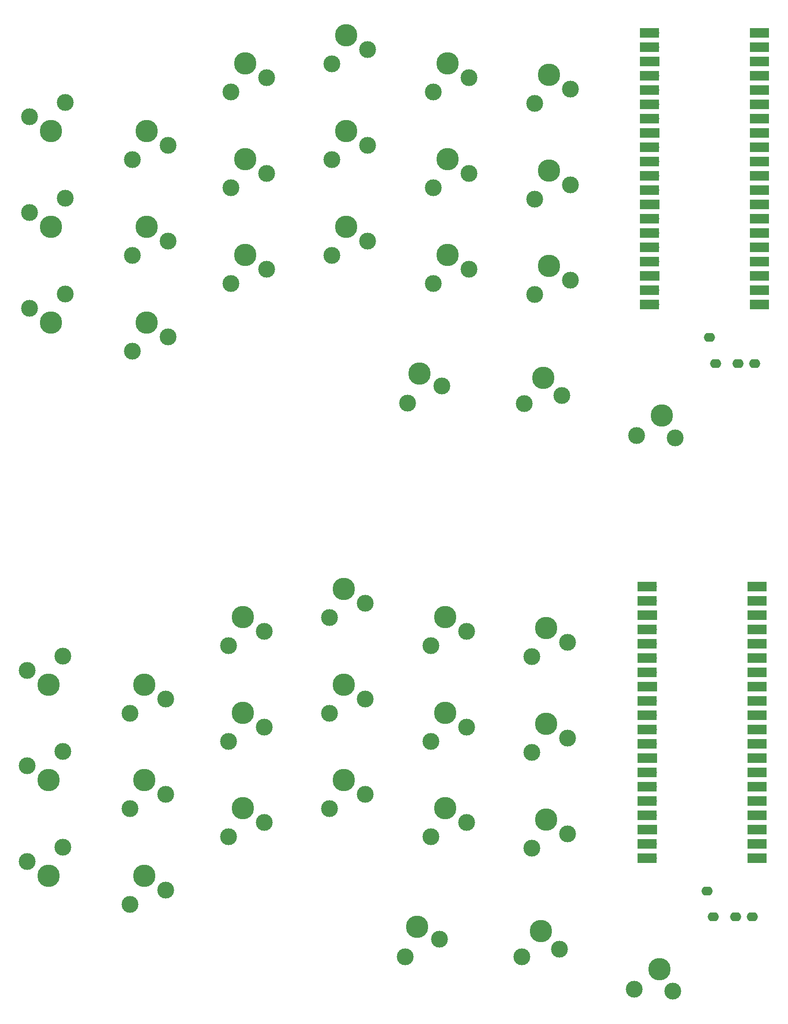
<source format=gts>
%TF.GenerationSoftware,KiCad,Pcbnew,8.0.3*%
%TF.CreationDate,2024-06-12T13:30:28-03:00*%
%TF.ProjectId,keyboard_pcb,6b657962-6f61-4726-945f-7063622e6b69,rev1.0*%
%TF.SameCoordinates,Original*%
%TF.FileFunction,Soldermask,Top*%
%TF.FilePolarity,Negative*%
%FSLAX46Y46*%
G04 Gerber Fmt 4.6, Leading zero omitted, Abs format (unit mm)*
G04 Created by KiCad (PCBNEW 8.0.3) date 2024-06-12 13:30:28*
%MOMM*%
%LPD*%
G01*
G04 APERTURE LIST*
%ADD10C,3.000000*%
%ADD11C,3.987800*%
%ADD12O,2.000000X1.600000*%
%ADD13O,1.700000X1.700000*%
%ADD14R,3.500000X1.700000*%
%ADD15R,1.700000X1.700000*%
G04 APERTURE END LIST*
D10*
%TO.C,K31*%
X128191648Y-194228109D03*
D11*
X131575192Y-189666352D03*
D10*
X134886243Y-192829363D03*
%TD*%
%TO.C,K00*%
X46600000Y-140760000D03*
D11*
X44060000Y-145840000D03*
D10*
X40250000Y-143300000D03*
%TD*%
%TO.C,K13*%
X94020000Y-150920000D03*
D11*
X96560000Y-145840000D03*
D10*
X100370000Y-148380000D03*
%TD*%
%TO.C,K20*%
X46600000Y-174760000D03*
D11*
X44060000Y-179840000D03*
D10*
X40250000Y-177300000D03*
%TD*%
%TO.C,K05*%
X130020000Y-140920000D03*
D11*
X132560000Y-135840000D03*
D10*
X136370000Y-138380000D03*
%TD*%
%TO.C,K11*%
X58520000Y-167920000D03*
D11*
X61060000Y-162840000D03*
D10*
X64870000Y-165380000D03*
%TD*%
%TO.C,K32*%
X148204770Y-199947975D03*
D11*
X152653692Y-196417382D03*
D10*
X155033274Y-200329579D03*
%TD*%
%TO.C,K15*%
X130020000Y-157920000D03*
D11*
X132560000Y-152840000D03*
D10*
X136370000Y-155380000D03*
%TD*%
D12*
%TO.C,J1*%
X161110000Y-182540000D03*
X162210000Y-187140000D03*
X166210000Y-187140000D03*
X169210000Y-187140000D03*
%TD*%
D10*
%TO.C,K22*%
X76020000Y-172920000D03*
D11*
X78560000Y-167840000D03*
D10*
X82370000Y-170380000D03*
%TD*%
%TO.C,K03*%
X94020000Y-133920000D03*
D11*
X96560000Y-128840000D03*
D10*
X100370000Y-131380000D03*
%TD*%
%TO.C,K23*%
X94020000Y-167920000D03*
D11*
X96560000Y-162840000D03*
D10*
X100370000Y-165380000D03*
%TD*%
%TO.C,K14*%
X112020000Y-155920000D03*
D11*
X114560000Y-150840000D03*
D10*
X118370000Y-153380000D03*
%TD*%
%TO.C,K01*%
X58520000Y-150920000D03*
D11*
X61060000Y-145840000D03*
D10*
X64870000Y-148380000D03*
%TD*%
%TO.C,K30*%
X107476222Y-194209200D03*
D11*
X109563805Y-188927156D03*
D10*
X113580683Y-191125427D03*
%TD*%
%TO.C,K12*%
X76020000Y-155920000D03*
D11*
X78560000Y-150840000D03*
D10*
X82370000Y-153380000D03*
%TD*%
%TO.C,K04*%
X112020000Y-138920000D03*
D11*
X114560000Y-133840000D03*
D10*
X118370000Y-136380000D03*
%TD*%
D13*
%TO.C,U2*%
X151373200Y-128418000D03*
D14*
X150473200Y-128418000D03*
D13*
X151373200Y-130958000D03*
D14*
X150473200Y-130958000D03*
D15*
X151373200Y-133498000D03*
D14*
X150473200Y-133498000D03*
D13*
X151373200Y-136038000D03*
D14*
X150473200Y-136038000D03*
D13*
X151373200Y-138578000D03*
D14*
X150473200Y-138578000D03*
D13*
X151373200Y-141118000D03*
D14*
X150473200Y-141118000D03*
D13*
X151373200Y-143658000D03*
D14*
X150473200Y-143658000D03*
D15*
X151373200Y-146198000D03*
D14*
X150473200Y-146198000D03*
D13*
X151373200Y-148738000D03*
D14*
X150473200Y-148738000D03*
D13*
X151373200Y-151278000D03*
D14*
X150473200Y-151278000D03*
D13*
X151373200Y-153818000D03*
D14*
X150473200Y-153818000D03*
D13*
X151373200Y-156358000D03*
D14*
X150473200Y-156358000D03*
D15*
X151373200Y-158898000D03*
D14*
X150473200Y-158898000D03*
D13*
X151373200Y-161438000D03*
D14*
X150473200Y-161438000D03*
D13*
X151373200Y-163978000D03*
D14*
X150473200Y-163978000D03*
D13*
X151373200Y-166518000D03*
D14*
X150473200Y-166518000D03*
D13*
X151373200Y-169058000D03*
D14*
X150473200Y-169058000D03*
D15*
X151373200Y-171598000D03*
D14*
X150473200Y-171598000D03*
D13*
X151373200Y-174138000D03*
D14*
X150473200Y-174138000D03*
D13*
X151373200Y-176678000D03*
D14*
X150473200Y-176678000D03*
D13*
X169153200Y-176678000D03*
D14*
X170053200Y-176678000D03*
D13*
X169153200Y-174138000D03*
D14*
X170053200Y-174138000D03*
D15*
X169153200Y-171598000D03*
D14*
X170053200Y-171598000D03*
D13*
X169153200Y-169058000D03*
D14*
X170053200Y-169058000D03*
D13*
X169153200Y-166518000D03*
D14*
X170053200Y-166518000D03*
D13*
X169153200Y-163978000D03*
D14*
X170053200Y-163978000D03*
D13*
X169153200Y-161438000D03*
D14*
X170053200Y-161438000D03*
D15*
X169153200Y-158898000D03*
D14*
X170053200Y-158898000D03*
D13*
X169153200Y-156358000D03*
D14*
X170053200Y-156358000D03*
D13*
X169153200Y-153818000D03*
D14*
X170053200Y-153818000D03*
D13*
X169153200Y-151278000D03*
D14*
X170053200Y-151278000D03*
D13*
X169153200Y-148738000D03*
D14*
X170053200Y-148738000D03*
D15*
X169153200Y-146198000D03*
D14*
X170053200Y-146198000D03*
D13*
X169153200Y-143658000D03*
D14*
X170053200Y-143658000D03*
D13*
X169153200Y-141118000D03*
D14*
X170053200Y-141118000D03*
D13*
X169153200Y-138578000D03*
D14*
X170053200Y-138578000D03*
D13*
X169153200Y-136038000D03*
D14*
X170053200Y-136038000D03*
D15*
X169153200Y-133498000D03*
D14*
X170053200Y-133498000D03*
D13*
X169153200Y-130958000D03*
D14*
X170053200Y-130958000D03*
D13*
X169153200Y-128418000D03*
D14*
X170053200Y-128418000D03*
%TD*%
D10*
%TO.C,K10*%
X46600000Y-157760000D03*
D11*
X44060000Y-162840000D03*
D10*
X40250000Y-160300000D03*
%TD*%
%TO.C,K02*%
X76020000Y-138920000D03*
D11*
X78560000Y-133840000D03*
D10*
X82370000Y-136380000D03*
%TD*%
%TO.C,K21*%
X58520000Y-184920000D03*
D11*
X61060000Y-179840000D03*
D10*
X64870000Y-182380000D03*
%TD*%
%TO.C,K24*%
X112020000Y-172920000D03*
D11*
X114560000Y-167840000D03*
D10*
X118370000Y-170380000D03*
%TD*%
%TO.C,K25*%
X130020000Y-174920000D03*
D11*
X132560000Y-169840000D03*
D10*
X136370000Y-172380000D03*
%TD*%
%TO.C,K25*%
X130460000Y-76580000D03*
D11*
X133000000Y-71500000D03*
D10*
X136810000Y-74040000D03*
%TD*%
%TO.C,K24*%
X112460000Y-74580000D03*
D11*
X115000000Y-69500000D03*
D10*
X118810000Y-72040000D03*
%TD*%
%TO.C,K21*%
X58960000Y-86580000D03*
D11*
X61500000Y-81500000D03*
D10*
X65310000Y-84040000D03*
%TD*%
%TO.C,K02*%
X76460000Y-40580000D03*
D11*
X79000000Y-35500000D03*
D10*
X82810000Y-38040000D03*
%TD*%
%TO.C,K10*%
X47040000Y-59420000D03*
D11*
X44500000Y-64500000D03*
D10*
X40690000Y-61960000D03*
%TD*%
D13*
%TO.C,U2*%
X151813200Y-30078000D03*
D14*
X150913200Y-30078000D03*
D13*
X151813200Y-32618000D03*
D14*
X150913200Y-32618000D03*
D15*
X151813200Y-35158000D03*
D14*
X150913200Y-35158000D03*
D13*
X151813200Y-37698000D03*
D14*
X150913200Y-37698000D03*
D13*
X151813200Y-40238000D03*
D14*
X150913200Y-40238000D03*
D13*
X151813200Y-42778000D03*
D14*
X150913200Y-42778000D03*
D13*
X151813200Y-45318000D03*
D14*
X150913200Y-45318000D03*
D15*
X151813200Y-47858000D03*
D14*
X150913200Y-47858000D03*
D13*
X151813200Y-50398000D03*
D14*
X150913200Y-50398000D03*
D13*
X151813200Y-52938000D03*
D14*
X150913200Y-52938000D03*
D13*
X151813200Y-55478000D03*
D14*
X150913200Y-55478000D03*
D13*
X151813200Y-58018000D03*
D14*
X150913200Y-58018000D03*
D15*
X151813200Y-60558000D03*
D14*
X150913200Y-60558000D03*
D13*
X151813200Y-63098000D03*
D14*
X150913200Y-63098000D03*
D13*
X151813200Y-65638000D03*
D14*
X150913200Y-65638000D03*
D13*
X151813200Y-68178000D03*
D14*
X150913200Y-68178000D03*
D13*
X151813200Y-70718000D03*
D14*
X150913200Y-70718000D03*
D15*
X151813200Y-73258000D03*
D14*
X150913200Y-73258000D03*
D13*
X151813200Y-75798000D03*
D14*
X150913200Y-75798000D03*
D13*
X151813200Y-78338000D03*
D14*
X150913200Y-78338000D03*
D13*
X169593200Y-78338000D03*
D14*
X170493200Y-78338000D03*
D13*
X169593200Y-75798000D03*
D14*
X170493200Y-75798000D03*
D15*
X169593200Y-73258000D03*
D14*
X170493200Y-73258000D03*
D13*
X169593200Y-70718000D03*
D14*
X170493200Y-70718000D03*
D13*
X169593200Y-68178000D03*
D14*
X170493200Y-68178000D03*
D13*
X169593200Y-65638000D03*
D14*
X170493200Y-65638000D03*
D13*
X169593200Y-63098000D03*
D14*
X170493200Y-63098000D03*
D15*
X169593200Y-60558000D03*
D14*
X170493200Y-60558000D03*
D13*
X169593200Y-58018000D03*
D14*
X170493200Y-58018000D03*
D13*
X169593200Y-55478000D03*
D14*
X170493200Y-55478000D03*
D13*
X169593200Y-52938000D03*
D14*
X170493200Y-52938000D03*
D13*
X169593200Y-50398000D03*
D14*
X170493200Y-50398000D03*
D15*
X169593200Y-47858000D03*
D14*
X170493200Y-47858000D03*
D13*
X169593200Y-45318000D03*
D14*
X170493200Y-45318000D03*
D13*
X169593200Y-42778000D03*
D14*
X170493200Y-42778000D03*
D13*
X169593200Y-40238000D03*
D14*
X170493200Y-40238000D03*
D13*
X169593200Y-37698000D03*
D14*
X170493200Y-37698000D03*
D15*
X169593200Y-35158000D03*
D14*
X170493200Y-35158000D03*
D13*
X169593200Y-32618000D03*
D14*
X170493200Y-32618000D03*
D13*
X169593200Y-30078000D03*
D14*
X170493200Y-30078000D03*
%TD*%
D10*
%TO.C,K04*%
X112460000Y-40580000D03*
D11*
X115000000Y-35500000D03*
D10*
X118810000Y-38040000D03*
%TD*%
%TO.C,K12*%
X76460000Y-57580000D03*
D11*
X79000000Y-52500000D03*
D10*
X82810000Y-55040000D03*
%TD*%
%TO.C,K30*%
X107916222Y-95869200D03*
D11*
X110003805Y-90587156D03*
D10*
X114020683Y-92785427D03*
%TD*%
%TO.C,K01*%
X58960000Y-52580000D03*
D11*
X61500000Y-47500000D03*
D10*
X65310000Y-50040000D03*
%TD*%
%TO.C,K14*%
X112460000Y-57580000D03*
D11*
X115000000Y-52500000D03*
D10*
X118810000Y-55040000D03*
%TD*%
%TO.C,K23*%
X94460000Y-69580000D03*
D11*
X97000000Y-64500000D03*
D10*
X100810000Y-67040000D03*
%TD*%
%TO.C,K03*%
X94460000Y-35580000D03*
D11*
X97000000Y-30500000D03*
D10*
X100810000Y-33040000D03*
%TD*%
%TO.C,K22*%
X76460000Y-74580000D03*
D11*
X79000000Y-69500000D03*
D10*
X82810000Y-72040000D03*
%TD*%
D12*
%TO.C,J1*%
X161550000Y-84200000D03*
X162650000Y-88800000D03*
X166650000Y-88800000D03*
X169650000Y-88800000D03*
%TD*%
D10*
%TO.C,K15*%
X130460000Y-59580000D03*
D11*
X133000000Y-54500000D03*
D10*
X136810000Y-57040000D03*
%TD*%
%TO.C,K32*%
X148644770Y-101607975D03*
D11*
X153093692Y-98077382D03*
D10*
X155473274Y-101989579D03*
%TD*%
%TO.C,K11*%
X58960000Y-69580000D03*
D11*
X61500000Y-64500000D03*
D10*
X65310000Y-67040000D03*
%TD*%
%TO.C,K05*%
X130460000Y-42580000D03*
D11*
X133000000Y-37500000D03*
D10*
X136810000Y-40040000D03*
%TD*%
%TO.C,K20*%
X47040000Y-76420000D03*
D11*
X44500000Y-81500000D03*
D10*
X40690000Y-78960000D03*
%TD*%
%TO.C,K13*%
X94460000Y-52580000D03*
D11*
X97000000Y-47500000D03*
D10*
X100810000Y-50040000D03*
%TD*%
%TO.C,K00*%
X47040000Y-42420000D03*
D11*
X44500000Y-47500000D03*
D10*
X40690000Y-44960000D03*
%TD*%
%TO.C,K31*%
X128631648Y-95888109D03*
D11*
X132015192Y-91326352D03*
D10*
X135326243Y-94489363D03*
%TD*%
M02*

</source>
